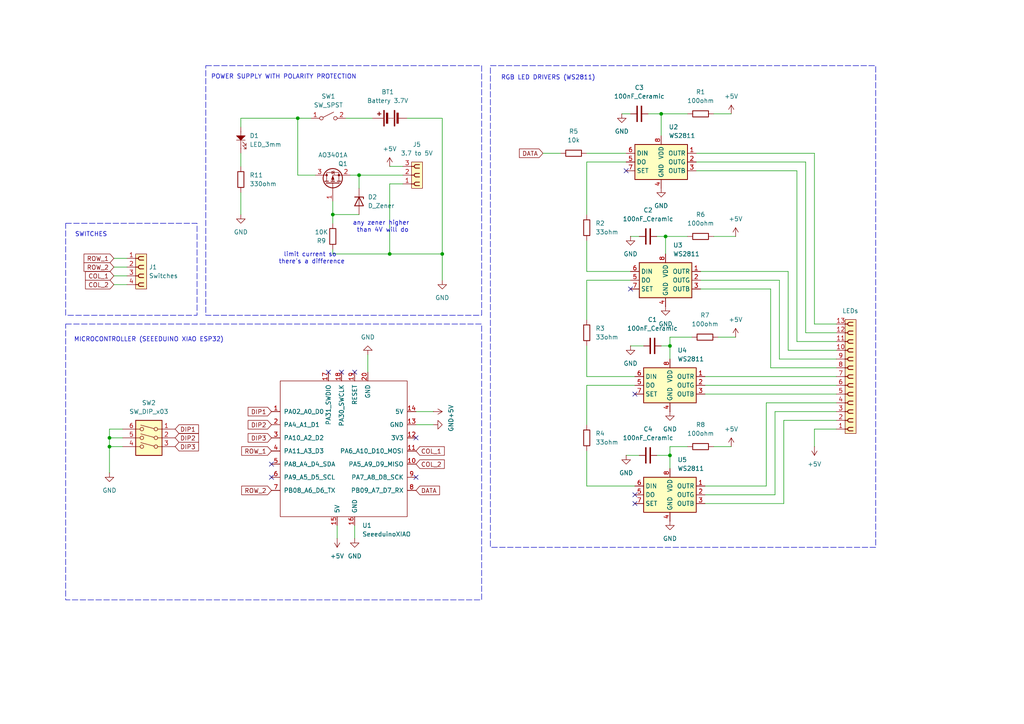
<source format=kicad_sch>
(kicad_sch (version 20231120) (generator "eeschema") (generator_version "8.0")
  (paper "A4")
  (title_block (title "Interactiles 2x2 WS2811 "))
  (lib_symbols
    (symbol "Device:Battery" (pin_numbers hide) (pin_names (offset 0) hide)
      (property "Reference" "BT" (at 2.54 2.54 0))
      (property "Value" "Battery" (at 2.54 0 0))
      (symbol "Battery_0_1"
        (rectangle (start -2.286 -1.27) (end 2.286 -1.524) (fill (type outline)))
        (rectangle (start -2.286 1.778) (end 2.286 1.524) (fill (type outline)))
        (rectangle (start -1.524 -2.032) (end 1.524 -2.54) (fill (type outline)))
        (rectangle (start -1.524 1.016) (end 1.524 0.508) (fill (type outline)))
        (polyline (pts (xy 0 -1.016) (xy 0 -0.762)))
        (polyline (pts (xy 0 -0.508) (xy 0 -0.254)))
        (polyline (pts (xy 0 0) (xy 0 0.254)))
        (polyline (pts (xy 0 1.778) (xy 0 2.54)))
        (polyline (pts (xy 0.762 3.048) (xy 1.778 3.048)) (stroke (width 0.254)))
        (polyline (pts (xy 1.27 3.556) (xy 1.27 2.54)) (stroke (width 0.254)))
      )
      (symbol "Battery_1_1"
        (pin passive line (at 0 5.08 270) (length 2.54) (name "+") (number "1"))
        (pin passive line (at 0 -5.08 90) (length 2.54) (name "-") (number "2"))
      )
    )
    (symbol "Device:D_Zener" (pin_numbers hide) (pin_names (offset 1.016) hide)
      (property "Reference" "D" (at 0 2.54 0))
      (property "Value" "D_Zener" (at 0 -2.54 0))
      (symbol "D_Zener_0_1"
        (polyline (pts (xy 1.27 0) (xy -1.27 0)))
        (polyline (pts (xy -1.27 -1.27) (xy -1.27 1.27) (xy -0.762 1.27)) (stroke (width 0.254)))
        (polyline (pts (xy 1.27 -1.27) (xy 1.27 1.27) (xy -1.27 0) (xy 1.27 -1.27)) (stroke (width 0.254)))
      )
      (symbol "D_Zener_1_1"
        (pin passive line (at -3.81 0 0) (length 2.54) (name "K") (number "1"))
        (pin passive line (at 3.81 0 180) (length 2.54) (name "A") (number "2"))
      )
    )
    (symbol "Driver_LED:WS2811"
      (property "Reference" "U" (at -6.35 6.35 0))
      (property "Value" "WS2811" (at 5.08 6.35 0))
      (symbol "WS2811_0_1"
        (rectangle (start -7.62 5.08) (end 7.62 -5.08) (stroke (width 0.254)) (fill (type background)))
      )
      (symbol "WS2811_1_1"
        (pin output line (at 10.16 2.54 180) (length 2.54) (name "OUTR") (number "1"))
        (pin output line (at 10.16 0 180) (length 2.54) (name "OUTG") (number "2"))
        (pin output line (at 10.16 -2.54 180) (length 2.54) (name "OUTB") (number "3"))
        (pin power_in line (at 0 -7.62 90) (length 2.54) (name "GND") (number "4"))
        (pin output line (at -10.16 0 0) (length 2.54) (name "DO") (number "5"))
        (pin input line (at -10.16 2.54 0) (length 2.54) (name "DIN") (number "6"))
        (pin input line (at -10.16 -2.54 0) (length 2.54) (name "SET") (number "7"))
        (pin power_in line (at 0 7.62 270) (length 2.54) (name "VDD") (number "8"))
      )
    )
    (symbol "InteractilesLibrary:SeeeduinoXIAO" (pin_names (offset 1.016))
      (property "Reference" "U" (at -19.05 22.86 0))
      (property "Value" "SeeeduinoXIAO" (at -12.7 21.59 0))
      (symbol "SeeeduinoXIAO_0_1"
        (rectangle (start -19.05 20.32) (end 17.78 -19.05))
      )
      (symbol "SeeeduinoXIAO_1_1"
        (pin unspecified line (at -21.59 11.43 0) (length 2.54) (name "PA02_A0_D0") (number "1"))
        (pin unspecified line (at 20.32 -3.81 180) (length 2.54) (name "PA5_A9_D9_MISO") (number "10"))
        (pin unspecified line (at 20.32 0 180) (length 2.54) (name "PA6_A10_D10_MOSI") (number "11"))
        (pin unspecified line (at 20.32 3.81 180) (length 2.54) (name "3V3") (number "12"))
        (pin unspecified line (at 20.32 7.62 180) (length 2.54) (name "GND") (number "13"))
        (pin unspecified line (at 20.32 11.43 180) (length 2.54) (name "5V") (number "14"))
        (pin input line (at -2.54 -21.59 90) (length 2.54) (name "5V") (number "15"))
        (pin input line (at 2.54 -21.59 90) (length 2.54) (name "GND") (number "16"))
        (pin input line (at -5.08 22.86 270) (length 2.54) (name "PA31_SWDIO") (number "17"))
        (pin input line (at -1.27 22.86 270) (length 2.54) (name "PA30_SWCLK") (number "18"))
        (pin input line (at 2.54 22.86 270) (length 2.54) (name "RESET") (number "19"))
        (pin unspecified line (at -21.59 7.62 0) (length 2.54) (name "PA4_A1_D1") (number "2"))
        (pin input line (at 6.35 22.86 270) (length 2.54) (name "GND") (number "20"))
        (pin unspecified line (at -21.59 3.81 0) (length 2.54) (name "PA10_A2_D2") (number "3"))
        (pin unspecified line (at -21.59 0 0) (length 2.54) (name "PA11_A3_D3") (number "4"))
        (pin unspecified line (at -21.59 -3.81 0) (length 2.54) (name "PA8_A4_D4_SDA") (number "5"))
        (pin unspecified line (at -21.59 -7.62 0) (length 2.54) (name "PA9_A5_D5_SCL") (number "6"))
        (pin unspecified line (at -21.59 -11.43 0) (length 2.54) (name "PB08_A6_D6_TX") (number "7"))
        (pin unspecified line (at 20.32 -11.43 180) (length 2.54) (name "PB09_A7_D7_RX") (number "8"))
        (pin unspecified line (at 20.32 -7.62 180) (length 2.54) (name "PA7_A8_D8_SCK") (number "9"))
      )
    )
    (symbol "PCM_SL_Capacitors:100nF_Ceramic"
      (property "Reference" "C" (at 0 6.35 0))
      (property "Value" "100nF_Ceramic" (at 0 3.81 0))
      (symbol "100nF_Ceramic_0_1"
        (rectangle (start -0.762 2.286) (end -0.508 -2.286) (fill (type outline)))
        (rectangle (start 0.508 2.286) (end 0.762 -2.286) (fill (type outline)))
      )
      (symbol "100nF_Ceramic_1_1"
        (pin passive line (at -2.54 0 0) (length 2) (name "~") (number "1"))
        (pin input line (at 2.54 0 180) (length 2) (name "~") (number "2"))
      )
    )
    (symbol "PCM_SL_Devices:LED_3mm"
      (property "Reference" "D" (at -0.508 5.334 0))
      (property "Value" "LED_3mm" (at -0.508 2.794 0))
      (symbol "LED_3mm_0_1"
        (polyline (pts (xy -1.27 0) (xy -2.54 0)))
        (polyline (pts (xy 0 1.27) (xy 0 -1.27)))
        (polyline (pts (xy 0.508 0.508) (xy 1.524 1.524)))
        (polyline (pts (xy 1.27 0) (xy 2.54 0)))
        (polyline (pts (xy 1.524 0.508) (xy 2.54 1.524)))
        (polyline (pts (xy 1.524 1.524) (xy 0.889 1.524)))
        (polyline (pts (xy 1.524 1.524) (xy 1.524 0.889)))
        (polyline (pts (xy 2.54 1.524) (xy 1.905 1.524)))
        (polyline (pts (xy 2.54 1.524) (xy 2.54 0.889)))
        (polyline (pts (xy 0 0) (xy -1.27 -1.27) (xy -1.27 1.27) (xy 0 0) (xy 1.27 0)) (fill (type outline)))
      )
      (symbol "LED_3mm_1_1"
        (pin passive line (at 3.81 0 180) (length 1.5) (name "~") (number "1"))
        (pin passive line (at -3.81 0 0) (length 1.5) (name "") (number "2"))
      )
    )
    (symbol "PCM_SL_Pin_Headers:PINHD_1x13_Female"
      (property "Reference" "J" (at 0 21.59 0))
      (property "Value" "PINHD_1x13_Female" (at 0 19.05 0))
      (symbol "PINHD_1x13_Female_0_1"
        (rectangle (start -1.27 16.51) (end 1.905 -16.51) (fill (type background)))
        (arc (start -0.508 -15.24) (mid -0.3592 -15.5992) (end 0 -15.748) (stroke (width 0.25)))
        (arc (start -0.508 -12.7) (mid -0.3592 -13.0592) (end 0 -13.208) (stroke (width 0.25)))
        (arc (start -0.508 -10.16) (mid -0.3592 -10.5192) (end 0 -10.668) (stroke (width 0.25)))
        (arc (start -0.508 -7.62) (mid -0.3592 -7.9792) (end 0 -8.128) (stroke (width 0.25)))
        (arc (start -0.508 -5.08) (mid -0.3592 -5.4392) (end 0 -5.588) (stroke (width 0.25)))
        (arc (start -0.508 -2.54) (mid -0.3592 -2.8992) (end 0 -3.048) (stroke (width 0.25)))
        (arc (start -0.508 0) (mid -0.3592 -0.3592) (end 0 -0.508) (stroke (width 0.25)))
        (arc (start -0.508 2.54) (mid -0.3592 2.1808) (end 0 2.032) (stroke (width 0.25)))
        (arc (start -0.508 5.08) (mid -0.3592 4.7208) (end 0 4.572) (stroke (width 0.25)))
        (arc (start -0.508 7.62) (mid -0.3592 7.2608) (end 0 7.112) (stroke (width 0.25)))
        (arc (start -0.508 10.16) (mid -0.3592 9.8008) (end 0 9.652) (stroke (width 0.25)))
        (arc (start -0.508 12.7) (mid -0.3592 12.3408) (end 0 12.192) (stroke (width 0.25)))
        (arc (start -0.508 15.24) (mid -0.3592 14.8808) (end 0 14.732) (stroke (width 0.25)))
        (arc (start 0 -14.732) (mid -0.3592 -14.8808) (end -0.508 -15.24) (stroke (width 0.25)))
        (arc (start 0 -12.192) (mid -0.3592 -12.3408) (end -0.508 -12.7) (stroke (width 0.25)))
        (arc (start 0 -9.652) (mid -0.3592 -9.8008) (end -0.508 -10.16) (stroke (width 0.25)))
        (arc (start 0 -7.112) (mid -0.3592 -7.2608) (end -0.508 -7.62) (stroke (width 0.25)))
        (arc (start 0 -4.572) (mid -0.3592 -4.7208) (end -0.508 -5.08) (stroke (width 0.25)))
        (arc (start 0 -2.032) (mid -0.3592 -2.1808) (end -0.508 -2.54) (stroke (width 0.25)))
        (polyline (pts (xy -1.27 -15.24) (xy -0.508 -15.24)) (stroke (width 0.25)))
        (polyline (pts (xy -1.27 -12.7) (xy -0.508 -12.7)) (stroke (width 0.25)))
        (polyline (pts (xy -1.27 -10.16) (xy -0.508 -10.16)) (stroke (width 0.25)))
        (polyline (pts (xy -1.27 -7.62) (xy -0.508 -7.62)) (stroke (width 0.25)))
        (polyline (pts (xy -1.27 -5.08) (xy -0.508 -5.08)) (stroke (width 0.25)))
        (polyline (pts (xy -1.27 -2.54) (xy -0.508 -2.54)) (stroke (width 0.25)))
        (polyline (pts (xy -1.27 0) (xy -0.508 0)) (stroke (width 0.25)))
        (polyline (pts (xy -1.27 2.54) (xy -0.508 2.54)) (stroke (width 0.25)))
        (polyline (pts (xy -1.27 5.08) (xy -0.508 5.08)) (stroke (width 0.25)))
        (polyline (pts (xy -1.27 7.62) (xy -0.508 7.62)) (stroke (width 0.25)))
        (polyline (pts (xy -1.27 10.16) (xy -0.508 10.16)) (stroke (width 0.25)))
        (polyline (pts (xy -1.27 12.7) (xy -0.508 12.7)) (stroke (width 0.25)))
        (polyline (pts (xy -1.27 15.24) (xy -0.508 15.24)) (stroke (width 0.25)))
        (polyline (pts (xy 0 -15.748) (xy 1.016 -15.748)) (stroke (width 0.25)))
        (polyline (pts (xy 0 -14.732) (xy 1.016 -14.732)) (stroke (width 0.25)))
        (polyline (pts (xy 0 -13.208) (xy 1.016 -13.208)) (stroke (width 0.25)))
        (polyline (pts (xy 0 -12.192) (xy 1.016 -12.192)) (stroke (width 0.25)))
        (polyline (pts (xy 0 -10.668) (xy 1.016 -10.668)) (stroke (width 0.25)))
        (polyline (pts (xy 0 -9.652) (xy 1.016 -9.652)) (stroke (width 0.25)))
        (polyline (pts (xy 0 -8.128) (xy 1.016 -8.128)) (stroke (width 0.25)))
        (polyline (pts (xy 0 -7.112) (xy 1.016 -7.112)) (stroke (width 0.25)))
        (polyline (pts (xy 0 -5.588) (xy 1.016 -5.588)) (stroke (width 0.25)))
        (polyline (pts (xy 0 -4.572) (xy 1.016 -4.572)) (stroke (width 0.25)))
        (polyline (pts (xy 0 -3.048) (xy 1.016 -3.048)) (stroke (width 0.25)))
        (polyline (pts (xy 0 -2.032) (xy 1.016 -2.032)) (stroke (width 0.25)))
        (polyline (pts (xy 0 -0.508) (xy 1.016 -0.508)) (stroke (width 0.25)))
        (polyline (pts (xy 0 0.508) (xy 1.016 0.508)) (stroke (width 0.25)))
        (polyline (pts (xy 0 2.032) (xy 1.016 2.032)) (stroke (width 0.25)))
        (polyline (pts (xy 0 3.048) (xy 1.016 3.048)) (stroke (width 0.25)))
        (polyline (pts (xy 0 4.572) (xy 1.016 4.572)) (stroke (width 0.25)))
        (polyline (pts (xy 0 5.588) (xy 1.016 5.588)) (stroke (width 0.25)))
        (polyline (pts (xy 0 7.112) (xy 1.016 7.112)) (stroke (width 0.25)))
        (polyline (pts (xy 0 8.128) (xy 1.016 8.128)) (stroke (width 0.25)))
        (polyline (pts (xy 0 9.652) (xy 1.016 9.652)) (stroke (width 0.25)))
        (polyline (pts (xy 0 10.668) (xy 1.016 10.668)) (stroke (width 0.25)))
        (polyline (pts (xy 0 12.192) (xy 1.016 12.192)) (stroke (width 0.25)))
        (polyline (pts (xy 0 13.208) (xy 1.016 13.208)) (stroke (width 0.25)))
        (polyline (pts (xy 0 14.732) (xy 1.016 14.732)) (stroke (width 0.25)))
        (polyline (pts (xy 0 15.748) (xy 1.016 15.748)) (stroke (width 0.25)))
        (arc (start 0 0.508) (mid -0.3592 0.3592) (end -0.508 0) (stroke (width 0.25)))
        (arc (start 0 3.048) (mid -0.3592 2.8992) (end -0.508 2.54) (stroke (width 0.25)))
        (arc (start 0 5.588) (mid -0.3592 5.4392) (end -0.508 5.08) (stroke (width 0.25)))
        (arc (start 0 8.128) (mid -0.3592 7.9792) (end -0.508 7.62) (stroke (width 0.25)))
        (arc (start 0 10.668) (mid -0.3592 10.5192) (end -0.508 10.16) (stroke (width 0.25)))
        (arc (start 0 13.208) (mid -0.3592 13.0592) (end -0.508 12.7) (stroke (width 0.25)))
        (arc (start 0 15.748) (mid -0.3592 15.5992) (end -0.508 15.24) (stroke (width 0.25)))
      )
      (symbol "PINHD_1x13_Female_1_1"
        (pin passive line (at -3.81 15.24 0) (length 2.54) (name "") (number "1"))
        (pin passive line (at -3.81 -7.62 0) (length 2.54) (name "") (number "10"))
        (pin passive line (at -3.81 -10.16 0) (length 2.54) (name "") (number "11"))
        (pin passive line (at -3.81 -12.7 0) (length 2.54) (name "") (number "12"))
        (pin passive line (at -3.81 -15.24 0) (length 2.54) (name "") (number "13"))
        (pin passive line (at -3.81 12.7 0) (length 2.54) (name "") (number "2"))
        (pin passive line (at -3.81 10.16 0) (length 2.54) (name "") (number "3"))
        (pin passive line (at -3.81 7.62 0) (length 2.54) (name "") (number "4"))
        (pin passive line (at -3.81 5.08 0) (length 2.54) (name "") (number "5"))
        (pin passive line (at -3.81 2.54 0) (length 2.54) (name "") (number "6"))
        (pin passive line (at -3.81 0 0) (length 2.54) (name "") (number "7"))
        (pin passive line (at -3.81 -2.54 0) (length 2.54) (name "") (number "8"))
        (pin passive line (at -3.81 -5.08 0) (length 2.54) (name "") (number "9"))
      )
    )
    (symbol "PCM_SL_Pin_Headers:PINHD_1x3_Female"
      (property "Reference" "J" (at 0 8.89 0))
      (property "Value" "PINHD_1x3_Female" (at 0 6.35 0))
      (symbol "PINHD_1x3_Female_0_1"
        (rectangle (start -1.27 3.81) (end 1.905 -3.81) (fill (type background)))
        (arc (start -0.508 -2.54) (mid -0.3592 -2.8992) (end 0 -3.048) (stroke (width 0.25)))
        (arc (start -0.508 0) (mid -0.3592 -0.3592) (end 0 -0.508) (stroke (width 0.25)))
        (arc (start -0.508 2.54) (mid -0.3592 2.1808) (end 0 2.032) (stroke (width 0.25)))
        (arc (start 0 -2.032) (mid -0.3592 -2.1808) (end -0.508 -2.54) (stroke (width 0.25)))
        (polyline (pts (xy -1.27 -2.54) (xy -0.508 -2.54)) (stroke (width 0.25)))
        (polyline (pts (xy -1.27 0) (xy -0.508 0)) (stroke (width 0.25)))
        (polyline (pts (xy -1.27 2.54) (xy -0.508 2.54)) (stroke (width 0.25)))
        (polyline (pts (xy 0 -3.048) (xy 1.016 -3.048)) (stroke (width 0.25)))
        (polyline (pts (xy 0 -2.032) (xy 1.016 -2.032)) (stroke (width 0.25)))
        (polyline (pts (xy 0 -0.508) (xy 1.016 -0.508)) (stroke (width 0.25)))
        (polyline (pts (xy 0 0.508) (xy 1.016 0.508)) (stroke (width 0.25)))
        (polyline (pts (xy 0 2.032) (xy 1.016 2.032)) (stroke (width 0.25)))
        (polyline (pts (xy 0 3.048) (xy 1.016 3.048)) (stroke (width 0.25)))
        (arc (start 0 0.508) (mid -0.3592 0.3592) (end -0.508 0) (stroke (width 0.25)))
        (arc (start 0 3.048) (mid -0.3592 2.8992) (end -0.508 2.54) (stroke (width 0.25)))
      )
      (symbol "PINHD_1x3_Female_1_1"
        (pin passive line (at -3.81 2.54 0) (length 2.54) (name "") (number "1"))
        (pin passive line (at -3.81 0 0) (length 2.54) (name "") (number "2"))
        (pin passive line (at -3.81 -2.54 0) (length 2.54) (name "") (number "3"))
      )
    )
    (symbol "PCM_SL_Pin_Headers:PINHD_1x4_Female"
      (property "Reference" "J" (at 0 10.16 0))
      (property "Value" "PINHD_1x4_Female" (at 0 7.62 0))
      (symbol "PINHD_1x4_Female_0_1"
        (rectangle (start -1.27 5.08) (end 1.905 -5.08) (fill (type background)))
        (arc (start -0.508 -3.81) (mid -0.3592 -4.1692) (end 0 -4.318) (stroke (width 0.25)))
        (arc (start -0.508 -1.27) (mid -0.3592 -1.6292) (end 0 -1.778) (stroke (width 0.25)))
        (arc (start -0.508 1.27) (mid -0.3592 0.9108) (end 0 0.762) (stroke (width 0.25)))
        (arc (start -0.508 3.81) (mid -0.3592 3.4508) (end 0 3.302) (stroke (width 0.25)))
        (arc (start 0 -3.302) (mid -0.3592 -3.4508) (end -0.508 -3.81) (stroke (width 0.25)))
        (arc (start 0 -0.762) (mid -0.3592 -0.9108) (end -0.508 -1.27) (stroke (width 0.25)))
        (polyline (pts (xy -1.27 -3.81) (xy -0.508 -3.81)) (stroke (width 0.25)))
        (polyline (pts (xy -1.27 -1.27) (xy -0.508 -1.27)) (stroke (width 0.25)))
        (polyline (pts (xy -1.27 1.27) (xy -0.508 1.27)) (stroke (width 0.25)))
        (polyline (pts (xy -1.27 3.81) (xy -0.508 3.81)) (stroke (width 0.25)))
        (polyline (pts (xy 0 -4.318) (xy 1.016 -4.318)) (stroke (width 0.25)))
        (polyline (pts (xy 0 -3.302) (xy 1.016 -3.302)) (stroke (width 0.25)))
        (polyline (pts (xy 0 -1.778) (xy 1.016 -1.778)) (stroke (width 0.25)))
        (polyline (pts (xy 0 -0.762) (xy 1.016 -0.762)) (stroke (width 0.25)))
        (polyline (pts (xy 0 0.762) (xy 1.016 0.762)) (stroke (width 0.25)))
        (polyline (pts (xy 0 1.778) (xy 1.016 1.778)) (stroke (width 0.25)))
        (polyline (pts (xy 0 3.302) (xy 1.016 3.302)) (stroke (width 0.25)))
        (polyline (pts (xy 0 4.318) (xy 1.016 4.318)) (stroke (width 0.25)))
        (arc (start 0 1.778) (mid -0.3592 1.6292) (end -0.508 1.27) (stroke (width 0.25)))
        (arc (start 0 4.318) (mid -0.3592 4.1692) (end -0.508 3.81) (stroke (width 0.25)))
      )
      (symbol "PINHD_1x4_Female_1_1"
        (pin passive line (at -3.81 3.81 0) (length 2.54) (name "") (number "1"))
        (pin passive line (at -3.81 1.27 0) (length 2.54) (name "") (number "2"))
        (pin passive line (at -3.81 -1.27 0) (length 2.54) (name "") (number "3"))
        (pin passive line (at -3.81 -3.81 0) (length 2.54) (name "") (number "4"))
      )
    )
    (symbol "PCM_SL_Resistors:100ohm"
      (property "Reference" "R" (at 0 5.08 0))
      (property "Value" "100ohm" (at 0 2.54 0))
      (symbol "100ohm_0_1"
        (rectangle (start -2.286 0.889) (end 2.286 -0.889) (stroke (width 0.24)))
      )
      (symbol "100ohm_1_1"
        (pin passive line (at -3.81 0 0) (length 1.5) (name "") (number "1"))
        (pin passive line (at 3.81 0 180) (length 1.5) (name "~") (number "2"))
      )
    )
    (symbol "PCM_SL_Resistors:10k"
      (property "Reference" "R" (at 0 5.08 0))
      (property "Value" "10k" (at 0 2.54 0))
      (symbol "10k_0_1"
        (rectangle (start -2.286 0.889) (end 2.286 -0.889) (stroke (width 0.24)))
      )
      (symbol "10k_1_1"
        (pin passive line (at -3.81 0 0) (length 1.5) (name "") (number "1"))
        (pin passive line (at 3.81 0 180) (length 1.5) (name "~") (number "2"))
      )
    )
    (symbol "PCM_SL_Resistors:1k"
      (property "Reference" "R" (at 0 5.08 0))
      (property "Value" "1k" (at 0 2.54 0))
      (symbol "1k_0_1"
        (rectangle (start -2.286 0.889) (end 2.286 -0.889) (stroke (width 0.24)))
      )
      (symbol "1k_1_1"
        (pin passive line (at -3.81 0 0) (length 1.5) (name "") (number "1"))
        (pin passive line (at 3.81 0 180) (length 1.5) (name "~") (number "2"))
      )
    )
    (symbol "PCM_SL_Resistors:330ohm"
      (property "Reference" "R" (at 0 5.08 0))
      (property "Value" "330ohm" (at 0 2.54 0))
      (symbol "330ohm_0_1"
        (rectangle (start -2.286 0.889) (end 2.286 -0.889) (stroke (width 0.24)))
      )
      (symbol "330ohm_1_1"
        (pin passive line (at -3.81 0 0) (length 1.5) (name "") (number "1"))
        (pin passive line (at 3.81 0 180) (length 1.5) (name "~") (number "2"))
      )
    )
    (symbol "PCM_SL_Resistors:33ohm"
      (property "Reference" "R" (at 0 5.08 0))
      (property "Value" "33ohm" (at 0 2.54 0))
      (symbol "33ohm_0_1"
        (rectangle (start -2.286 0.889) (end 2.286 -0.889) (stroke (width 0.24)))
      )
      (symbol "33ohm_1_1"
        (pin passive line (at -3.81 0 0) (length 1.5) (name "") (number "1"))
        (pin passive line (at 3.81 0 180) (length 1.5) (name "~") (number "2"))
      )
    )
    (symbol "Switch:SW_DIP_x03" (pin_names (offset 0) hide)
      (property "Reference" "SW" (at 0 6.35 0))
      (property "Value" "SW_DIP_x03" (at 0 -6.35 0))
      (symbol "SW_DIP_x03_0_0"
        (circle (center -2.032 -2.54) (radius 0.508))
        (circle (center -2.032 0) (radius 0.508))
        (circle (center -2.032 2.54) (radius 0.508))
        (polyline (pts (xy -1.524 -2.413) (xy 2.3622 -1.3716)))
        (polyline (pts (xy -1.524 0.127) (xy 2.3622 1.1684)))
        (polyline (pts (xy -1.524 2.667) (xy 2.3622 3.7084)))
        (circle (center 2.032 -2.54) (radius 0.508))
        (circle (center 2.032 0) (radius 0.508))
        (circle (center 2.032 2.54) (radius 0.508))
      )
      (symbol "SW_DIP_x03_0_1"
        (rectangle (start -3.81 5.08) (end 3.81 -5.08) (stroke (width 0.254)) (fill (type background)))
      )
      (symbol "SW_DIP_x03_1_1"
        (pin passive line (at -7.62 2.54 0) (length 5.08) (name "~") (number "1"))
        (pin passive line (at -7.62 0 0) (length 5.08) (name "~") (number "2"))
        (pin passive line (at -7.62 -2.54 0) (length 5.08) (name "~") (number "3"))
        (pin passive line (at 7.62 -2.54 180) (length 5.08) (name "~") (number "4"))
        (pin passive line (at 7.62 0 180) (length 5.08) (name "~") (number "5"))
        (pin passive line (at 7.62 2.54 180) (length 5.08) (name "~") (number "6"))
      )
    )
    (symbol "Switch:SW_SPST" (pin_names (offset 0) hide)
      (property "Reference" "SW" (at 0 3.175 0))
      (property "Value" "SW_SPST" (at 0 -2.54 0))
      (symbol "SW_SPST_0_0"
        (circle (center -2.032 0) (radius 0.508))
        (polyline (pts (xy -1.524 0.254) (xy 1.524 1.778)))
        (circle (center 2.032 0) (radius 0.508))
      )
      (symbol "SW_SPST_1_1"
        (pin passive line (at -5.08 0 0) (length 2.54) (name "A") (number "1"))
        (pin passive line (at 5.08 0 180) (length 2.54) (name "B") (number "2"))
      )
    )
    (symbol "Transistor_FET:AO3401A" (pin_names hide)
      (property "Reference" "Q" (at 5.08 1.905 0))
      (property "Value" "AO3401A" (at 5.08 0 0))
      (symbol "AO3401A_0_1"
        (polyline (pts (xy 0.254 0) (xy -2.54 0)))
        (polyline (pts (xy 0.254 1.905) (xy 0.254 -1.905)) (stroke (width 0.254)))
        (polyline (pts (xy 0.762 -1.27) (xy 0.762 -2.286)) (stroke (width 0.254)))
        (polyline (pts (xy 0.762 0.508) (xy 0.762 -0.508)) (stroke (width 0.254)))
        (polyline (pts (xy 0.762 2.286) (xy 0.762 1.27)) (stroke (width 0.254)))
        (polyline (pts (xy 2.54 2.54) (xy 2.54 1.778)))
        (polyline (pts (xy 2.54 -2.54) (xy 2.54 0) (xy 0.762 0)))
        (polyline (pts (xy 0.762 1.778) (xy 3.302 1.778) (xy 3.302 -1.778) (xy 0.762 -1.778)))
        (polyline (pts (xy 2.286 0) (xy 1.27 0.381) (xy 1.27 -0.381) (xy 2.286 0)) (fill (type outline)))
        (polyline (pts (xy 2.794 -0.508) (xy 2.921 -0.381) (xy 3.683 -0.381) (xy 3.81 -0.254)))
        (polyline (pts (xy 3.302 -0.381) (xy 2.921 0.254) (xy 3.683 0.254) (xy 3.302 -0.381)))
        (circle (center 1.651 0) (radius 2.794) (stroke (width 0.254)))
        (circle (center 2.54 -1.778) (radius 0.254) (fill (type outline)))
        (circle (center 2.54 1.778) (radius 0.254) (fill (type outline)))
      )
      (symbol "AO3401A_1_1"
        (pin input line (at -5.08 0 0) (length 2.54) (name "G") (number "1"))
        (pin passive line (at 2.54 -5.08 90) (length 2.54) (name "S") (number "2"))
        (pin passive line (at 2.54 5.08 270) (length 2.54) (name "D") (number "3"))
      )
    )
    (symbol "power:+5V" (power) (pin_numbers hide) (pin_names (offset 0) hide)
      (property "Value" "+5V" (at 0 3.556 0))
      (symbol "+5V_0_1"
        (polyline (pts (xy -0.762 1.27) (xy 0 2.54)))
        (polyline (pts (xy 0 0) (xy 0 2.54)))
        (polyline (pts (xy 0 2.54) (xy 0.762 1.27)))
      )
      (symbol "+5V_1_1"
        (pin power_in line (at 0 0 90) (length 0) (name "~") (number "1"))
      )
    )
    (symbol "power:GND" (power) (pin_numbers hide) (pin_names (offset 0) hide)
      (property "Value" "GND" (at 0 -3.81 0))
      (symbol "GND_0_1"
        (polyline (pts (xy 0 0) (xy 0 -1.27) (xy 1.27 -1.27) (xy 0 -2.54) (xy -1.27 -1.27) (xy 0 -1.27)))
      )
      (symbol "GND_1_1"
        (pin power_in line (at 0 0 270) (length 0) (name "~") (number "1"))
      )
    )
  )
  (junction (at 194.31 132.08))
  (junction (at 194.31 100.33))
  (junction (at 96.52 62.23))
  (junction (at 193.04 68.58))
  (junction (at 31.75 129.54))
  (junction (at 191.77 33.02))
  (junction (at 113.03 73.66))
  (junction (at 31.75 127))
  (junction (at 104.14 50.8))
  (junction (at 86.36 34.29))
  (junction (at 128.27 73.66))
  (no_connect (at 102.87 107.95))
  (no_connect (at 95.25 107.95))
  (no_connect (at 120.65 127))
  (no_connect (at 184.15 143.51))
  (no_connect (at 182.88 83.82))
  (no_connect (at 184.15 146.05))
  (no_connect (at 78.74 134.62))
  (no_connect (at 181.61 49.53))
  (no_connect (at 120.65 138.43))
  (no_connect (at 99.06 107.95))
  (no_connect (at 78.74 138.43))
  (no_connect (at 184.15 114.3))
  (wire (pts (xy 204.47 146.05) (xy 227.33 146.05)))
  (wire (pts (xy 190.5 132.08) (xy 194.31 132.08)))
  (wire (pts (xy 170.18 100.33) (xy 170.18 109.22)))
  (wire (pts (xy 228.6 78.74) (xy 228.6 101.6)))
  (wire (pts (xy 36.83 74.93) (xy 33.02 74.93)))
  (wire (pts (xy 96.52 73.66) (xy 113.03 73.66)))
  (wire (pts (xy 231.14 49.53) (xy 231.14 99.06)))
  (wire (pts (xy 213.36 68.58) (xy 207.01 68.58)))
  (wire (pts (xy 223.52 106.68) (xy 242.57 106.68)))
  (wire (pts (xy 193.04 68.58) (xy 193.04 73.66)))
  (wire (pts (xy 212.09 33.02) (xy 207.01 33.02)))
  (wire (pts (xy 193.04 68.58) (xy 190.5 68.58)))
  (wire (pts (xy 194.31 97.79) (xy 194.31 100.33)))
  (wire (pts (xy 86.36 34.29) (xy 90.17 34.29)))
  (wire (pts (xy 231.14 99.06) (xy 242.57 99.06)))
  (wire (pts (xy 31.75 129.54) (xy 35.56 129.54)))
  (wire (pts (xy 203.2 81.28) (xy 226.06 81.28)))
  (wire (pts (xy 106.68 102.87) (xy 106.68 107.95)))
  (wire (pts (xy 193.04 68.58) (xy 199.39 68.58)))
  (wire (pts (xy 201.93 46.99) (xy 233.68 46.99)))
  (wire (pts (xy 194.31 129.54) (xy 194.31 132.08)))
  (wire (pts (xy 170.18 44.45) (xy 181.61 44.45)))
  (wire (pts (xy 170.18 130.81) (xy 170.18 140.97)))
  (wire (pts (xy 86.36 50.8) (xy 91.44 50.8)))
  (wire (pts (xy 223.52 83.82) (xy 223.52 106.68)))
  (wire (pts (xy 236.22 93.98) (xy 242.57 93.98)))
  (wire (pts (xy 204.47 114.3) (xy 242.57 114.3)))
  (wire (pts (xy 233.68 96.52) (xy 242.57 96.52)))
  (wire (pts (xy 180.34 33.02) (xy 182.88 33.02)))
  (wire (pts (xy 128.27 34.29) (xy 118.11 34.29)))
  (wire (pts (xy 212.09 129.54) (xy 207.01 129.54)))
  (wire (pts (xy 36.83 77.47) (xy 33.02 77.47)))
  (wire (pts (xy 96.52 62.23) (xy 104.14 62.23)))
  (wire (pts (xy 194.31 104.14) (xy 194.31 100.33)))
  (wire (pts (xy 181.61 132.08) (xy 185.42 132.08)))
  (wire (pts (xy 100.33 34.29) (xy 107.95 34.29)))
  (wire (pts (xy 201.93 44.45) (xy 236.22 44.45)))
  (wire (pts (xy 104.14 50.8) (xy 116.84 50.8)))
  (wire (pts (xy 128.27 34.29) (xy 128.27 73.66)))
  (wire (pts (xy 204.47 109.22) (xy 242.57 109.22)))
  (wire (pts (xy 31.75 124.46) (xy 35.56 124.46)))
  (wire (pts (xy 228.6 101.6) (xy 242.57 101.6)))
  (wire (pts (xy 224.79 119.38) (xy 224.79 143.51)))
  (wire (pts (xy 31.75 127) (xy 31.75 124.46)))
  (wire (pts (xy 113.03 73.66) (xy 128.27 73.66)))
  (wire (pts (xy 31.75 129.54) (xy 31.75 127)))
  (wire (pts (xy 113.03 53.34) (xy 113.03 73.66)))
  (wire (pts (xy 199.39 33.02) (xy 191.77 33.02)))
  (wire (pts (xy 69.85 34.29) (xy 69.85 36.83)))
  (wire (pts (xy 222.25 116.84) (xy 242.57 116.84)))
  (wire (pts (xy 182.88 81.28) (xy 170.18 81.28)))
  (wire (pts (xy 31.75 127) (xy 35.56 127)))
  (wire (pts (xy 204.47 143.51) (xy 224.79 143.51)))
  (wire (pts (xy 201.93 49.53) (xy 231.14 49.53)))
  (wire (pts (xy 170.18 140.97) (xy 184.15 140.97)))
  (wire (pts (xy 204.47 140.97) (xy 222.25 140.97)))
  (wire (pts (xy 233.68 46.99) (xy 233.68 96.52)))
  (wire (pts (xy 170.18 78.74) (xy 182.88 78.74)))
  (wire (pts (xy 102.87 156.21) (xy 102.87 152.4)))
  (wire (pts (xy 170.18 111.76) (xy 170.18 123.19)))
  (wire (pts (xy 36.83 82.55) (xy 33.02 82.55)))
  (wire (pts (xy 227.33 121.92) (xy 227.33 146.05)))
  (wire (pts (xy 96.52 62.23) (xy 96.52 64.77)))
  (wire (pts (xy 170.18 109.22) (xy 184.15 109.22)))
  (wire (pts (xy 226.06 104.14) (xy 242.57 104.14)))
  (wire (pts (xy 182.88 100.33) (xy 186.69 100.33)))
  (wire (pts (xy 170.18 46.99) (xy 170.18 62.23)))
  (wire (pts (xy 31.75 129.54) (xy 31.75 137.16)))
  (wire (pts (xy 86.36 34.29) (xy 86.36 50.8)))
  (wire (pts (xy 236.22 44.45) (xy 236.22 93.98)))
  (wire (pts (xy 222.25 116.84) (xy 222.25 140.97)))
  (wire (pts (xy 194.31 132.08) (xy 194.31 135.89)))
  (wire (pts (xy 236.22 124.46) (xy 242.57 124.46)))
  (wire (pts (xy 113.03 48.26) (xy 116.84 48.26)))
  (wire (pts (xy 203.2 78.74) (xy 228.6 78.74)))
  (wire (pts (xy 184.15 111.76) (xy 170.18 111.76)))
  (wire (pts (xy 181.61 46.99) (xy 170.18 46.99)))
  (wire (pts (xy 204.47 111.76) (xy 242.57 111.76)))
  (wire (pts (xy 69.85 44.45) (xy 69.85 48.26)))
  (wire (pts (xy 170.18 69.85) (xy 170.18 78.74)))
  (wire (pts (xy 182.88 68.58) (xy 185.42 68.58)))
  (wire (pts (xy 36.83 80.01) (xy 33.02 80.01)))
  (wire (pts (xy 224.79 119.38) (xy 242.57 119.38)))
  (wire (pts (xy 191.77 33.02) (xy 191.77 39.37)))
  (wire (pts (xy 125.73 123.19) (xy 120.65 123.19)))
  (wire (pts (xy 213.36 97.79) (xy 208.28 97.79)))
  (wire (pts (xy 199.39 129.54) (xy 194.31 129.54)))
  (wire (pts (xy 125.73 119.38) (xy 120.65 119.38)))
  (wire (pts (xy 170.18 81.28) (xy 170.18 92.71)))
  (wire (pts (xy 187.96 33.02) (xy 191.77 33.02)))
  (wire (pts (xy 128.27 81.28) (xy 128.27 73.66)))
  (wire (pts (xy 113.03 53.34) (xy 116.84 53.34)))
  (wire (pts (xy 203.2 83.82) (xy 223.52 83.82)))
  (wire (pts (xy 104.14 50.8) (xy 104.14 54.61)))
  (wire (pts (xy 194.31 100.33) (xy 191.77 100.33)))
  (wire (pts (xy 96.52 73.66) (xy 96.52 72.39)))
  (wire (pts (xy 226.06 81.28) (xy 226.06 104.14)))
  (wire (pts (xy 96.52 58.42) (xy 96.52 62.23)))
  (wire (pts (xy 227.33 121.92) (xy 242.57 121.92)))
  (wire (pts (xy 236.22 129.54) (xy 236.22 124.46)))
  (wire (pts (xy 97.79 156.21) (xy 97.79 152.4)))
  (wire (pts (xy 101.6 50.8) (xy 104.14 50.8)))
  (wire (pts (xy 69.85 34.29) (xy 86.36 34.29)))
  (wire (pts (xy 200.66 97.79) (xy 194.31 97.79)))
  (wire (pts (xy 157.48 44.45) (xy 162.56 44.45)))
  (wire (pts (xy 69.85 62.23) (xy 69.85 55.88)))
  (rectangle (start 142.24 19.05) (end 254 158.75) (stroke (width 0) (type dash)))
  (rectangle (start 59.69 19.05) (end 139.7 91.44) (stroke (width 0) (type dash)))
  (rectangle (start 19.05 93.98) (end 139.7 173.99) (stroke (width 0) (type dash)))
  (rectangle (start 19.05 64.77) (end 57.15 91.44) (stroke (width 0) (type dash)))
  (text "any zener higher \nthan 4V will do" (at 110.998 65.786 0) (effects (font (size 1.27 1.27))))
  (text "limit current so \nthere's a difference" (at 90.424 74.93 0) (effects (font (size 1.27 1.27))))
  (text "SWITCHES" (at 26.416 68.072 0) (effects (font (size 1.27 1.27))))
  (text "POWER SUPPLY WITH POLARITY PROTECTION" (at 82.296 22.352 0) (effects (font (size 1.27 1.27))))
  (text "RGB LED DRIVERS (WS2811)" (at 159.004 22.606 0) (effects (font (size 1.27 1.27))))
  (text "MICROCONTROLLER (SEEEDUINO XIAO ESP32)" (at 43.18 98.552 0) (effects (font (size 1.27 1.27))))
  (global_label "DIP2" (shape input) (at 78.74 123.19 180) (property "Intersheetrefs" "${INTERSHEET_REFS}" (effects (hide yes))))
  (global_label "DIP3" (shape input) (at 50.8 129.54 0) (property "Intersheetrefs" "${INTERSHEET_REFS}" (effects (hide yes))))
  (global_label "COL_2" (shape input) (at 120.65 134.62 0) (property "Intersheetrefs" "${INTERSHEET_REFS}" (effects (hide yes))))
  (global_label "DIP3" (shape input) (at 78.74 127 180) (property "Intersheetrefs" "${INTERSHEET_REFS}" (effects (hide yes))))
  (global_label "DATA" (shape input) (at 157.48 44.45 180) (property "Intersheetrefs" "${INTERSHEET_REFS}" (effects (hide yes))))
  (global_label "COL_1" (shape input) (at 33.02 80.01 180) (property "Intersheetrefs" "${INTERSHEET_REFS}" (effects (hide yes))))
  (global_label "DIP2" (shape input) (at 50.8 127 0) (property "Intersheetrefs" "${INTERSHEET_REFS}" (effects (hide yes))))
  (global_label "ROW_1" (shape input) (at 33.02 74.93 180) (property "Intersheetrefs" "${INTERSHEET_REFS}" (effects (hide yes))))
  (global_label "ROW_1" (shape input) (at 78.74 130.81 180) (property "Intersheetrefs" "${INTERSHEET_REFS}" (effects (hide yes))))
  (global_label "DIP1" (shape input) (at 78.74 119.38 180) (property "Intersheetrefs" "${INTERSHEET_REFS}" (effects (hide yes))))
  (global_label "COL_2" (shape input) (at 33.02 82.55 180) (property "Intersheetrefs" "${INTERSHEET_REFS}" (effects (hide yes))))
  (global_label "ROW_2" (shape input) (at 33.02 77.47 180) (property "Intersheetrefs" "${INTERSHEET_REFS}" (effects (hide yes))))
  (global_label "ROW_2" (shape input) (at 78.74 142.24 180) (property "Intersheetrefs" "${INTERSHEET_REFS}" (effects (hide yes))))
  (global_label "COL_1" (shape input) (at 120.65 130.81 0) (property "Intersheetrefs" "${INTERSHEET_REFS}" (effects (hide yes))))
  (global_label "DATA" (shape input) (at 120.65 142.24 0) (property "Intersheetrefs" "${INTERSHEET_REFS}" (effects (hide yes))))
  (global_label "DIP1" (shape input) (at 50.8 124.46 0) (property "Intersheetrefs" "${INTERSHEET_REFS}" (effects (hide yes))))
  (symbol (lib_id "power:+5V") (at 213.36 97.79 0) (unit 1)
    (property "Reference" "#PWR014" (effects (hide yes)))
    (property "Value" "+5V" (at 213.36 92.71 0))
    (property "Description" "Power symbol creates a global label with name \"+5V\"" (effects (hide yes)))
  )
  (symbol (lib_id "PCM_SL_Resistors:1k") (at 96.52 68.58 270) (unit 1)
    (property "Reference" "R9" (at 93.218 69.85 90))
    (property "Value" "10K" (at 93.218 67.31 90))
    (property "Footprint" "Resistor_SMD:R_0805_2012Metric_Pad1.20x1.40mm_HandSolder" (effects (hide yes)))
    (property "Description" "1kΩ, 1/4W Resistor" (effects (hide yes)))
  )
  (symbol (lib_id "PCM_SL_Capacitors:100nF_Ceramic") (at 187.96 132.08 0) (unit 1)
    (property "Reference" "C4" (at 187.96 124.46 0))
    (property "Value" "100nF_Ceramic" (at 187.96 127 0))
    (property "Footprint" "Capacitor_SMD:C_0805_2012Metric_Pad1.18x1.45mm_HandSolder" (effects (hide yes)))
    (property "Description" "100nF Ceramic Capacitor" (effects (hide yes)))
  )
  (symbol (lib_id "Driver_LED:WS2811") (at 194.31 111.76 0) (unit 1)
    (property "Reference" "U4" (at 196.5041 101.6 0) (effects (justify left)))
    (property "Value" "WS2811" (at 196.5041 104.14 0) (effects (justify left)))
    (property "Footprint" "Package_SO:HSOP-8-1EP_3.9x4.9mm_P1.27mm_EP2.3x2.3mm" (effects (hide yes)))
    (property "Datasheet" "https://cdn-shop.adafruit.com/datasheets/WS2811.pdf" (effects (hide yes)))
    (property "Description" "3-Channel 8-Bit PWM LED Driver, DIP-8/SOIC-8" (effects (hide yes)))
  )
  (symbol (lib_id "power:GND") (at 125.73 123.19 90) (unit 1)
    (property "Reference" "#PWR020" (effects (hide yes)))
    (property "Value" "GND" (at 130.81 123.19 0))
    (property "Description" "Power symbol creates a global label with name \"GND\" , ground" (effects (hide yes)))
  )
  (symbol (lib_id "InteractilesLibrary:SeeeduinoXIAO") (at 100.33 130.81 0) (unit 1)
    (property "Reference" "U1" (at 105.0641 152.4 0) (effects (justify left)))
    (property "Value" "SeeeduinoXIAO" (at 105.0641 154.94 0) (effects (justify left)))
    (property "Footprint" "Seeed Xiao:Seeeduino XIAO-MOUDLE14P-2.54-21X17.8MM" (effects (hide yes)))
  )
  (symbol (lib_id "power:GND") (at 182.88 68.58 0) (unit 1)
    (property "Reference" "#PWR02" (effects (hide yes)))
    (property "Value" "GND" (at 182.88 73.66 0))
    (property "Description" "Power symbol creates a global label with name \"GND\" , ground" (effects (hide yes)))
  )
  (symbol (lib_id "PCM_SL_Resistors:33ohm") (at 170.18 96.52 270) (unit 1)
    (property "Reference" "R3" (at 172.72 95.2499 90) (effects (justify left)))
    (property "Value" "33ohm" (at 172.72 97.7899 90) (effects (justify left)))
    (property "Footprint" "Resistor_SMD:R_0805_2012Metric_Pad1.20x1.40mm_HandSolder" (effects (hide yes)))
    (property "Description" "33Ω, 1/4W Resistor" (effects (hide yes)))
  )
  (symbol (lib_id "PCM_SL_Capacitors:100nF_Ceramic") (at 187.96 68.58 0) (unit 1)
    (property "Reference" "C2" (at 187.96 60.96 0))
    (property "Value" "100nF_Ceramic" (at 187.96 63.5 0))
    (property "Footprint" "Capacitor_SMD:C_0805_2012Metric_Pad1.18x1.45mm_HandSolder" (effects (hide yes)))
    (property "Description" "100nF Ceramic Capacitor" (effects (hide yes)))
  )
  (symbol (lib_id "power:GND") (at 31.75 137.16 0) (mirror y) (unit 1)
    (property "Reference" "#PWR09" (effects (hide yes)))
    (property "Value" "GND" (at 31.75 142.24 0))
    (property "Description" "Power symbol creates a global label with name \"GND\" , ground" (effects (hide yes)))
  )
  (symbol (lib_id "PCM_SL_Resistors:100ohm") (at 203.2 68.58 0) (unit 1)
    (property "Reference" "R6" (at 203.2 62.23 0))
    (property "Value" "100ohm" (at 203.2 64.77 0))
    (property "Footprint" "Resistor_SMD:R_0805_2012Metric_Pad1.20x1.40mm_HandSolder" (effects (hide yes)))
    (property "Description" "100Ω, 1/4W Resistor" (effects (hide yes)))
  )
  (symbol (lib_id "Transistor_FET:AO3401A") (at 96.52 53.34 90) (unit 1)
    (property "Reference" "Q1" (at 100.838 47.498 90) (effects (justify left)))
    (property "Value" "AO3401A" (at 100.838 44.958 90) (effects (justify left)))
    (property "Footprint" "Package_TO_SOT_SMD:SOT-23" (effects (hide yes)))
    (property "Datasheet" "http://www.aosmd.com/pdfs/datasheet/AO3401A.pdf" (effects (hide yes)))
    (property "Description" "-4.0A Id, -30V Vds, P-Channel MOSFET, SOT-23" (effects (hide yes)))
  )
  (symbol (lib_id "Driver_LED:WS2811") (at 191.77 46.99 0) (unit 1)
    (property "Reference" "U2" (at 193.9641 36.83 0) (effects (justify left)))
    (property "Value" "WS2811" (at 193.9641 39.37 0) (effects (justify left)))
    (property "Footprint" "Package_SO:HSOP-8-1EP_3.9x4.9mm_P1.27mm_EP2.3x2.3mm" (effects (hide yes)))
    (property "Datasheet" "https://cdn-shop.adafruit.com/datasheets/WS2811.pdf" (effects (hide yes)))
    (property "Description" "3-Channel 8-Bit PWM LED Driver, DIP-8/SOIC-8" (effects (hide yes)))
  )
  (symbol (lib_id "PCM_SL_Devices:LED_3mm") (at 69.85 40.64 270) (unit 1)
    (property "Reference" "D1" (at 72.39 39.3699 90) (effects (justify left)))
    (property "Value" "LED_3mm" (at 72.39 41.9099 90) (effects (justify left)))
    (property "Footprint" "LED_THT:LED_D3.0mm" (effects (hide yes)))
    (property "Description" "3mm diameter small LED" (effects (hide yes)))
  )
  (symbol (lib_id "PCM_SL_Resistors:330ohm") (at 69.85 52.07 90) (unit 1)
    (property "Reference" "R11" (at 72.39 50.7999 90) (effects (justify right)))
    (property "Value" "330ohm" (at 72.39 53.3399 90) (effects (justify right)))
    (property "Footprint" "Resistor_SMD:R_0805_2012Metric_Pad1.20x1.40mm_HandSolder" (effects (hide yes)))
    (property "Description" "330Ω, 1/4W Resistor" (effects (hide yes)))
  )
  (symbol (lib_id "PCM_SL_Pin_Headers:PINHD_1x13_Female") (at 246.38 109.22 0) (mirror x) (unit 1)
    (property "Reference" "J2" (effects (hide yes)))
    (property "Value" "LEDs" (at 246.635 90.17 0))
    (property "Footprint" "Connector_PinSocket_2.54mm:PinSocket_1x13_P2.54mm_Vertical" (effects (hide yes)))
    (property "Description" "Pin Header female with pin space 2.54mm. Pin Count - 13" (effects (hide yes)))
  )
  (symbol (lib_id "power:GND") (at 181.61 132.08 0) (unit 1)
    (property "Reference" "#PWR04" (effects (hide yes)))
    (property "Value" "GND" (at 181.61 137.16 0))
    (property "Description" "Power symbol creates a global label with name \"GND\" , ground" (effects (hide yes)))
  )
  (symbol (lib_id "PCM_SL_Resistors:100ohm") (at 203.2 129.54 0) (unit 1)
    (property "Reference" "R8" (at 203.2 123.19 0))
    (property "Value" "100ohm" (at 203.2 125.73 0))
    (property "Footprint" "Resistor_SMD:R_0805_2012Metric_Pad1.20x1.40mm_HandSolder" (effects (hide yes)))
    (property "Description" "100Ω, 1/4W Resistor" (effects (hide yes)))
  )
  (symbol (lib_id "Driver_LED:WS2811") (at 193.04 81.28 0) (unit 1)
    (property "Reference" "U3" (at 195.2341 71.12 0) (effects (justify left)))
    (property "Value" "WS2811" (at 195.2341 73.66 0) (effects (justify left)))
    (property "Footprint" "Package_SO:HSOP-8-1EP_3.9x4.9mm_P1.27mm_EP2.3x2.3mm" (effects (hide yes)))
    (property "Datasheet" "https://cdn-shop.adafruit.com/datasheets/WS2811.pdf" (effects (hide yes)))
    (property "Description" "3-Channel 8-Bit PWM LED Driver, DIP-8/SOIC-8" (effects (hide yes)))
  )
  (symbol (lib_id "power:GND") (at 180.34 33.02 0) (unit 1)
    (property "Reference" "#PWR01" (effects (hide yes)))
    (property "Value" "GND" (at 180.34 38.1 0))
    (property "Description" "Power symbol creates a global label with name \"GND\" , ground" (effects (hide yes)))
  )
  (symbol (lib_id "power:+5V") (at 212.09 33.02 0) (unit 1)
    (property "Reference" "#PWR012" (effects (hide yes)))
    (property "Value" "+5V" (at 212.09 27.94 0))
    (property "Description" "Power symbol creates a global label with name \"+5V\"" (effects (hide yes)))
  )
  (symbol (lib_id "power:GND") (at 194.31 151.13 0) (unit 1)
    (property "Reference" "#PWR05" (effects (hide yes)))
    (property "Value" "GND" (at 194.31 156.21 0))
    (property "Description" "Power symbol creates a global label with name \"GND\" , ground" (effects (hide yes)))
  )
  (symbol (lib_id "power:+5V") (at 212.09 129.54 0) (unit 1)
    (property "Reference" "#PWR015" (effects (hide yes)))
    (property "Value" "+5V" (at 212.09 124.46 0))
    (property "Description" "Power symbol creates a global label with name \"+5V\"" (effects (hide yes)))
  )
  (symbol (lib_id "power:GND") (at 128.27 81.28 0) (unit 1)
    (property "Reference" "#PWR017" (effects (hide yes)))
    (property "Value" "GND" (at 128.27 86.36 0))
    (property "Description" "Power symbol creates a global label with name \"GND\" , ground" (effects (hide yes)))
  )
  (symbol (lib_id "PCM_SL_Capacitors:100nF_Ceramic") (at 185.42 33.02 0) (unit 1)
    (property "Reference" "C3" (at 185.42 25.4 0))
    (property "Value" "100nF_Ceramic" (at 185.42 27.94 0))
    (property "Footprint" "Capacitor_SMD:C_0805_2012Metric_Pad1.18x1.45mm_HandSolder" (effects (hide yes)))
    (property "Description" "100nF Ceramic Capacitor" (effects (hide yes)))
  )
  (symbol (lib_id "Driver_LED:WS2811") (at 194.31 143.51 0) (unit 1)
    (property "Reference" "U5" (at 196.5041 133.35 0) (effects (justify left)))
    (property "Value" "WS2811" (at 196.5041 135.89 0) (effects (justify left)))
    (property "Footprint" "Package_SO:HSOP-8-1EP_3.9x4.9mm_P1.27mm_EP2.3x2.3mm" (effects (hide yes)))
    (property "Datasheet" "https://cdn-shop.adafruit.com/datasheets/WS2811.pdf" (effects (hide yes)))
    (property "Description" "3-Channel 8-Bit PWM LED Driver, DIP-8/SOIC-8" (effects (hide yes)))
  )
  (symbol (lib_id "PCM_SL_Resistors:33ohm") (at 170.18 66.04 270) (unit 1)
    (property "Reference" "R2" (at 172.72 64.7699 90) (effects (justify left)))
    (property "Value" "33ohm" (at 172.72 67.3099 90) (effects (justify left)))
    (property "Footprint" "Resistor_SMD:R_0805_2012Metric_Pad1.20x1.40mm_HandSolder" (effects (hide yes)))
    (property "Description" "33Ω, 1/4W Resistor" (effects (hide yes)))
  )
  (symbol (lib_id "PCM_SL_Resistors:10k") (at 166.37 44.45 0) (unit 1)
    (property "Reference" "R5" (at 166.37 38.1 0))
    (property "Value" "10k" (at 166.37 40.64 0))
    (property "Footprint" "Resistor_SMD:R_0805_2012Metric_Pad1.20x1.40mm_HandSolder" (effects (hide yes)))
    (property "Description" "10kΩ, 1/4W Resistor" (effects (hide yes)))
  )
  (symbol (lib_id "PCM_SL_Capacitors:100nF_Ceramic") (at 189.23 100.33 0) (unit 1)
    (property "Reference" "C1" (at 189.23 92.71 0))
    (property "Value" "100nF_Ceramic" (at 189.23 95.25 0))
    (property "Footprint" "Capacitor_SMD:C_0805_2012Metric_Pad1.18x1.45mm_HandSolder" (effects (hide yes)))
    (property "Description" "100nF Ceramic Capacitor" (effects (hide yes)))
  )
  (symbol (lib_id "power:GND") (at 69.85 62.23 0) (unit 1)
    (property "Reference" "#PWR023" (effects (hide yes)))
    (property "Value" "GND" (at 69.85 67.31 0))
    (property "Description" "Power symbol creates a global label with name \"GND\" , ground" (effects (hide yes)))
  )
  (symbol (lib_id "PCM_SL_Pin_Headers:PINHD_1x4_Female") (at 40.64 78.74 0) (unit 1)
    (property "Reference" "J1" (at 43.18 77.4699 0) (effects (justify left)))
    (property "Value" "Switches" (at 43.18 80.0099 0) (effects (justify left)))
    (property "Footprint" "Connector_PinSocket_2.54mm:PinSocket_1x04_P2.54mm_Vertical" (effects (hide yes)))
    (property "Description" "Pin Header female with pin space 2.54mm. Pin Count -4" (effects (hide yes)))
  )
  (symbol (lib_id "Switch:SW_DIP_x03") (at 43.18 127 0) (mirror y) (unit 1)
    (property "Reference" "SW2" (at 43.18 116.84 0))
    (property "Value" "SW_DIP_x03" (at 43.18 119.38 0))
    (property "Footprint" "Button_Switch_THT:SW_DIP_SPSTx03_Slide_9.78x9.8mm_W7.62mm_P2.54mm" (effects (hide yes)))
    (property "Description" "3x DIP Switch, Single Pole Single Throw (SPST) switch, small symbol" (effects (hide yes)))
  )
  (symbol (lib_id "PCM_SL_Resistors:100ohm") (at 204.47 97.79 0) (unit 1)
    (property "Reference" "R7" (at 204.47 91.44 0))
    (property "Value" "100ohm" (at 204.47 93.98 0))
    (property "Footprint" "Resistor_SMD:R_0805_2012Metric_Pad1.20x1.40mm_HandSolder" (effects (hide yes)))
    (property "Description" "100Ω, 1/4W Resistor" (effects (hide yes)))
  )
  (symbol (lib_id "Device:Battery") (at 113.03 34.29 90) (unit 1)
    (property "Reference" "BT1" (at 112.4585 26.67 90))
    (property "Value" "Battery 3.7V" (at 112.4585 29.21 90))
    (property "Footprint" "SilvansFootprintLibrary:BHC-CR123A" (effects (hide yes)))
    (property "Description" "Multiple-cell battery" (effects (hide yes)))
  )
  (symbol (lib_id "PCM_SL_Pin_Headers:PINHD_1x3_Female") (at 120.65 50.8 0) (mirror x) (unit 1)
    (property "Reference" "J5" (at 120.905 41.91 0))
    (property "Value" "3.7 to 5V" (at 120.905 44.45 0))
    (property "Footprint" "Connector_PinSocket_2.54mm:PinSocket_1x03_P2.54mm_Vertical" (effects (hide yes)))
    (property "Description" "Pin Header female with pin space 2.54mm. Pin Count -3" (effects (hide yes)))
  )
  (symbol (lib_id "Device:D_Zener") (at 104.14 58.42 270) (unit 1)
    (property "Reference" "D2" (at 106.68 57.1499 90) (effects (justify left)))
    (property "Value" "D_Zener" (at 106.68 59.6899 90) (effects (justify left)))
    (property "Description" "Zener diode" (effects (hide yes)))
  )
  (symbol (lib_id "Switch:SW_SPST") (at 95.25 34.29 0) (unit 1)
    (property "Reference" "SW1" (at 95.25 27.94 0))
    (property "Value" "SW_SPST" (at 95.25 30.48 0))
    (property "Footprint" "Button_Switch_THT:SW_Slide_SPDT_Angled_CK_OS102011MA1Q" (effects (hide yes)))
    (property "Description" "Single Pole Single Throw (SPST) switch" (effects (hide yes)))
  )
  (symbol (lib_id "power:GND") (at 106.68 102.87 180) (unit 1)
    (property "Reference" "#PWR021" (effects (hide yes)))
    (property "Value" "GND" (at 106.68 97.79 0))
    (property "Description" "Power symbol creates a global label with name \"GND\" , ground" (effects (hide yes)))
  )
  (symbol (lib_id "power:+5V") (at 213.36 68.58 0) (unit 1)
    (property "Reference" "#PWR013" (effects (hide yes)))
    (property "Value" "+5V" (at 213.36 63.5 0))
    (property "Description" "Power symbol creates a global label with name \"+5V\"" (effects (hide yes)))
  )
  (symbol (lib_id "power:GND") (at 194.31 119.38 0) (unit 1)
    (property "Reference" "#PWR06" (effects (hide yes)))
    (property "Value" "GND" (at 194.31 124.46 0))
    (property "Description" "Power symbol creates a global label with name \"GND\" , ground" (effects (hide yes)))
  )
  (symbol (lib_id "power:+5V") (at 113.03 48.26 0) (unit 1)
    (property "Reference" "#PWR016" (effects (hide yes)))
    (property "Value" "+5V" (at 113.03 43.18 0))
    (property "Description" "Power symbol creates a global label with name \"+5V\"" (effects (hide yes)))
  )
  (symbol (lib_id "PCM_SL_Resistors:33ohm") (at 170.18 127 90) (unit 1)
    (property "Reference" "R4" (at 172.72 125.7299 90) (effects (justify right)))
    (property "Value" "33ohm" (at 172.72 128.2699 90) (effects (justify right)))
    (property "Footprint" "Resistor_SMD:R_0805_2012Metric_Pad1.20x1.40mm_HandSolder" (effects (hide yes)))
    (property "Description" "33Ω, 1/4W Resistor" (effects (hide yes)))
  )
  (symbol (lib_id "power:GND") (at 191.77 54.61 0) (unit 1)
    (property "Reference" "#PWR08" (effects (hide yes)))
    (property "Value" "GND" (at 191.77 59.69 0))
    (property "Description" "Power symbol creates a global label with name \"GND\" , ground" (effects (hide yes)))
  )
  (symbol (lib_id "power:+5V") (at 125.73 119.38 270) (unit 1)
    (property "Reference" "#PWR019" (effects (hide yes)))
    (property "Value" "+5V" (at 130.81 119.38 0))
    (property "Description" "Power symbol creates a global label with name \"+5V\"" (effects (hide yes)))
  )
  (symbol (lib_id "power:GND") (at 182.88 100.33 0) (unit 1)
    (property "Reference" "#PWR03" (effects (hide yes)))
    (property "Value" "GND" (at 182.88 105.41 0))
    (property "Description" "Power symbol creates a global label with name \"GND\" , ground" (effects (hide yes)))
  )
  (symbol (lib_id "power:GND") (at 193.04 88.9 0) (unit 1)
    (property "Reference" "#PWR07" (effects (hide yes)))
    (property "Value" "GND" (at 193.04 93.98 0))
    (property "Description" "Power symbol creates a global label with name \"GND\" , ground" (effects (hide yes)))
  )
  (symbol (lib_id "power:+5V") (at 236.22 129.54 180) (unit 1)
    (property "Reference" "#PWR022" (effects (hide yes)))
    (property "Value" "+5V" (at 236.22 134.62 0))
    (property "Description" "Power symbol creates a global label with name \"+5V\"" (effects (hide yes)))
  )
  (symbol (lib_id "power:GND") (at 102.87 156.21 0) (unit 1)
    (property "Reference" "#PWR011" (effects (hide yes)))
    (property "Value" "GND" (at 102.87 161.29 0))
    (property "Description" "Power symbol creates a global label with name \"GND\" , ground" (effects (hide yes)))
  )
  (symbol (lib_id "PCM_SL_Resistors:100ohm") (at 203.2 33.02 0) (unit 1)
    (property "Reference" "R1" (at 203.2 26.67 0))
    (property "Value" "100ohm" (at 203.2 29.21 0))
    (property "Footprint" "Resistor_SMD:R_0805_2012Metric_Pad1.20x1.40mm_HandSolder" (effects (hide yes)))
    (property "Description" "100Ω, 1/4W Resistor" (effects (hide yes)))
  )
  (symbol (lib_id "power:+5V") (at 97.79 156.21 180) (unit 1)
    (property "Reference" "#PWR010" (effects (hide yes)))
    (property "Value" "+5V" (at 97.79 161.29 0))
    (property "Description" "Power symbol creates a global label with name \"+5V\"" (effects (hide yes)))
  )
)
</source>
